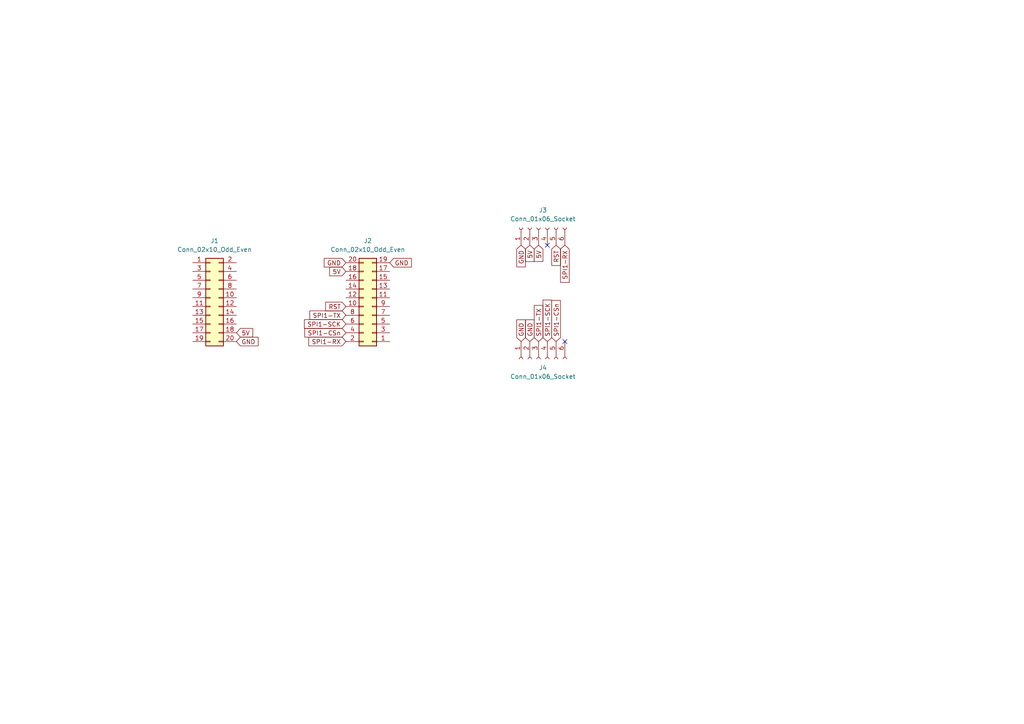
<source format=kicad_sch>
(kicad_sch (version 20250114) (generator "eeschema") (generator_version "9.0")
  (paper "A4")
  (lib_symbols
    (symbol "Connector:Conn_01x06_Socket" (pin_names (offset 1.016) (hide yes))
      (property "Reference" "J" (at 0 7.62 0))
      (property "Value" "Conn_01x06_Socket" (at 0 -10.16 0))
      (symbol "Conn_01x06_Socket_1_1"
        (polyline (pts (xy -1.27 5.08) (xy -0.508 5.08)) (stroke (width 0.1524)))
        (polyline (pts (xy -1.27 2.54) (xy -0.508 2.54)) (stroke (width 0.1524)))
        (polyline (pts (xy -1.27 0) (xy -0.508 0)) (stroke (width 0.1524)))
        (polyline (pts (xy -1.27 -2.54) (xy -0.508 -2.54)) (stroke (width 0.1524)))
        (polyline (pts (xy -1.27 -5.08) (xy -0.508 -5.08)) (stroke (width 0.1524)))
        (polyline (pts (xy -1.27 -7.62) (xy -0.508 -7.62)) (stroke (width 0.1524)))
        (arc (start 0 4.572) (mid -0.5058 5.08) (end 0 5.588) (stroke (width 0.1524)))
        (arc (start 0 2.032) (mid -0.5058 2.54) (end 0 3.048) (stroke (width 0.1524)))
        (arc (start 0 -0.508) (mid -0.5058 0) (end 0 0.508) (stroke (width 0.1524)))
        (arc (start 0 -3.048) (mid -0.5058 -2.54) (end 0 -2.032) (stroke (width 0.1524)))
        (arc (start 0 -5.588) (mid -0.5058 -5.08) (end 0 -4.572) (stroke (width 0.1524)))
        (arc (start 0 -8.128) (mid -0.5058 -7.62) (end 0 -7.112) (stroke (width 0.1524)))
        (pin passive line (at -5.08 5.08 0) (length 3.81) (name "Pin_1") (number "1"))
        (pin passive line (at -5.08 2.54 0) (length 3.81) (name "Pin_2") (number "2"))
        (pin passive line (at -5.08 0 0) (length 3.81) (name "Pin_3") (number "3"))
        (pin passive line (at -5.08 -2.54 0) (length 3.81) (name "Pin_4") (number "4"))
        (pin passive line (at -5.08 -5.08 0) (length 3.81) (name "Pin_5") (number "5"))
        (pin passive line (at -5.08 -7.62 0) (length 3.81) (name "Pin_6") (number "6"))
      )
    )
    (symbol "Connector_Generic:Conn_02x10_Odd_Even" (pin_names (offset 1.016) (hide yes))
      (property "Reference" "J" (at 1.27 12.7 0))
      (property "Value" "Conn_02x10_Odd_Even" (at 1.27 -15.24 0))
      (symbol "Conn_02x10_Odd_Even_1_1"
        (rectangle (start -1.27 11.43) (end 3.81 -13.97) (stroke (width 0.254)) (fill (type background)))
        (rectangle (start -1.27 10.287) (end 0 10.033) (stroke (width 0.1524)))
        (rectangle (start -1.27 7.747) (end 0 7.493) (stroke (width 0.1524)))
        (rectangle (start -1.27 5.207) (end 0 4.953) (stroke (width 0.1524)))
        (rectangle (start -1.27 2.667) (end 0 2.413) (stroke (width 0.1524)))
        (rectangle (start -1.27 0.127) (end 0 -0.127) (stroke (width 0.1524)))
        (rectangle (start -1.27 -2.413) (end 0 -2.667) (stroke (width 0.1524)))
        (rectangle (start -1.27 -4.953) (end 0 -5.207) (stroke (width 0.1524)))
        (rectangle (start -1.27 -7.493) (end 0 -7.747) (stroke (width 0.1524)))
        (rectangle (start -1.27 -10.033) (end 0 -10.287) (stroke (width 0.1524)))
        (rectangle (start -1.27 -12.573) (end 0 -12.827) (stroke (width 0.1524)))
        (rectangle (start 3.81 10.287) (end 2.54 10.033) (stroke (width 0.1524)))
        (rectangle (start 3.81 7.747) (end 2.54 7.493) (stroke (width 0.1524)))
        (rectangle (start 3.81 5.207) (end 2.54 4.953) (stroke (width 0.1524)))
        (rectangle (start 3.81 2.667) (end 2.54 2.413) (stroke (width 0.1524)))
        (rectangle (start 3.81 0.127) (end 2.54 -0.127) (stroke (width 0.1524)))
        (rectangle (start 3.81 -2.413) (end 2.54 -2.667) (stroke (width 0.1524)))
        (rectangle (start 3.81 -4.953) (end 2.54 -5.207) (stroke (width 0.1524)))
        (rectangle (start 3.81 -7.493) (end 2.54 -7.747) (stroke (width 0.1524)))
        (rectangle (start 3.81 -10.033) (end 2.54 -10.287) (stroke (width 0.1524)))
        (rectangle (start 3.81 -12.573) (end 2.54 -12.827) (stroke (width 0.1524)))
        (pin passive line (at -5.08 10.16 0) (length 3.81) (name "Pin_1") (number "1"))
        (pin passive line (at -5.08 7.62 0) (length 3.81) (name "Pin_3") (number "3"))
        (pin passive line (at -5.08 5.08 0) (length 3.81) (name "Pin_5") (number "5"))
        (pin passive line (at -5.08 2.54 0) (length 3.81) (name "Pin_7") (number "7"))
        (pin passive line (at -5.08 0 0) (length 3.81) (name "Pin_9") (number "9"))
        (pin passive line (at -5.08 -2.54 0) (length 3.81) (name "Pin_11") (number "11"))
        (pin passive line (at -5.08 -5.08 0) (length 3.81) (name "Pin_13") (number "13"))
        (pin passive line (at -5.08 -7.62 0) (length 3.81) (name "Pin_15") (number "15"))
        (pin passive line (at -5.08 -10.16 0) (length 3.81) (name "Pin_17") (number "17"))
        (pin passive line (at -5.08 -12.7 0) (length 3.81) (name "Pin_19") (number "19"))
        (pin passive line (at 7.62 10.16 180) (length 3.81) (name "Pin_2") (number "2"))
        (pin passive line (at 7.62 7.62 180) (length 3.81) (name "Pin_4") (number "4"))
        (pin passive line (at 7.62 5.08 180) (length 3.81) (name "Pin_6") (number "6"))
        (pin passive line (at 7.62 2.54 180) (length 3.81) (name "Pin_8") (number "8"))
        (pin passive line (at 7.62 0 180) (length 3.81) (name "Pin_10") (number "10"))
        (pin passive line (at 7.62 -2.54 180) (length 3.81) (name "Pin_12") (number "12"))
        (pin passive line (at 7.62 -5.08 180) (length 3.81) (name "Pin_14") (number "14"))
        (pin passive line (at 7.62 -7.62 180) (length 3.81) (name "Pin_16") (number "16"))
        (pin passive line (at 7.62 -10.16 180) (length 3.81) (name "Pin_18") (number "18"))
        (pin passive line (at 7.62 -12.7 180) (length 3.81) (name "Pin_20") (number "20"))
      )
    )
  )
  (no_connect (at 163.83 99.06))
  (no_connect (at 158.75 71.12))
  (global_label "SPI1-SCK" (shape input) (at 100.33 93.98 180) (property "Intersheetrefs" "${INTERSHEET_REFS}" (effects (hide yes))))
  (global_label "5V" (shape input) (at 100.33 78.74 180) (property "Intersheetrefs" "${INTERSHEET_REFS}" (effects (hide yes))))
  (global_label "GND" (shape input) (at 113.03 76.2 0) (property "Intersheetrefs" "${INTERSHEET_REFS}" (effects (hide yes))))
  (global_label "GND" (shape input) (at 151.13 71.12 270) (property "Intersheetrefs" "${INTERSHEET_REFS}" (effects (hide yes))))
  (global_label "RST" (shape input) (at 161.29 71.12 270) (property "Intersheetrefs" "${INTERSHEET_REFS}" (effects (hide yes))))
  (global_label "RST" (shape input) (at 100.33 88.9 180) (property "Intersheetrefs" "${INTERSHEET_REFS}" (effects (hide yes))))
  (global_label "5V" (shape input) (at 156.21 71.12 270) (property "Intersheetrefs" "${INTERSHEET_REFS}" (effects (hide yes))))
  (global_label "SPI1-RX" (shape input) (at 163.83 71.12 270) (property "Intersheetrefs" "${INTERSHEET_REFS}" (effects (hide yes))))
  (global_label "SPI1-SCK" (shape input) (at 158.75 99.06 90) (property "Intersheetrefs" "${INTERSHEET_REFS}" (effects (hide yes))))
  (global_label "GND" (shape input) (at 100.33 76.2 180) (property "Intersheetrefs" "${INTERSHEET_REFS}" (effects (hide yes))))
  (global_label "5V" (shape input) (at 68.58 96.52 0) (property "Intersheetrefs" "${INTERSHEET_REFS}" (effects (hide yes))))
  (global_label "GND" (shape input) (at 153.67 99.06 90) (property "Intersheetrefs" "${INTERSHEET_REFS}" (effects (hide yes))))
  (global_label "SPI1-CSn" (shape input) (at 161.29 99.06 90) (property "Intersheetrefs" "${INTERSHEET_REFS}" (effects (hide yes))))
  (global_label "SPI1-RX" (shape input) (at 100.33 99.06 180) (property "Intersheetrefs" "${INTERSHEET_REFS}" (effects (hide yes))))
  (global_label "5V" (shape input) (at 153.67 71.12 270) (property "Intersheetrefs" "${INTERSHEET_REFS}" (effects (hide yes))))
  (global_label "SPI1-TX" (shape input) (at 100.33 91.44 180) (property "Intersheetrefs" "${INTERSHEET_REFS}" (effects (hide yes))))
  (global_label "SPI1-TX" (shape input) (at 156.21 99.06 90) (property "Intersheetrefs" "${INTERSHEET_REFS}" (effects (hide yes))))
  (global_label "GND" (shape input) (at 151.13 99.06 90) (property "Intersheetrefs" "${INTERSHEET_REFS}" (effects (hide yes))))
  (global_label "SPI1-CSn" (shape input) (at 100.33 96.52 180) (property "Intersheetrefs" "${INTERSHEET_REFS}" (effects (hide yes))))
  (global_label "GND" (shape input) (at 68.58 99.06 0) (property "Intersheetrefs" "${INTERSHEET_REFS}" (effects (hide yes))))
  (symbol (lib_id "Connector:Conn_01x06_Socket") (at 156.21 66.04 90) (unit 1)
    (property "Reference" "J3" (at 157.48 60.96 90))
    (property "Value" "Conn_01x06_Socket" (at 157.48 63.5 90))
    (property "Footprint" "Connector_PinHeader_2.54mm:PinHeader_1x06_P2.54mm_Vertical" (effects (hide yes)))
    (property "Description" "Generic connector, single row, 01x06, script generated" (effects (hide yes)))
  )
  (symbol (lib_id "Connector:Conn_01x06_Socket") (at 156.21 104.14 90) (mirror x) (unit 1)
    (property "Reference" "J4" (at 157.48 106.68 90))
    (property "Value" "Conn_01x06_Socket" (at 157.48 109.22 90))
    (property "Footprint" "Connector_PinHeader_2.54mm:PinHeader_1x06_P2.54mm_Vertical" (effects (hide yes)))
    (property "Description" "Generic connector, single row, 01x06, script generated" (effects (hide yes)))
  )
  (symbol (lib_id "Connector_Generic:Conn_02x10_Odd_Even") (at 60.96 86.36 0) (unit 1)
    (property "Reference" "J1" (at 62.23 69.85 0))
    (property "Value" "Conn_02x10_Odd_Even" (at 62.23 72.39 0))
    (property "Footprint" "Connector_PinHeader_1.27mm:PinHeader_2x10_P1.27mm_Vertical" (effects (hide yes)))
    (property "Description" "Generic connector, double row, 02x10, odd/even pin numbering scheme (row 1 odd numbers, row 2 even numbers), script generated (kicad-library-utils/schlib/autogen/connector/)" (effects (hide yes)))
  )
  (symbol (lib_id "Connector_Generic:Conn_02x10_Odd_Even") (at 107.95 88.9 180) (unit 1)
    (property "Reference" "J2" (at 106.68 69.85 0))
    (property "Value" "Conn_02x10_Odd_Even" (at 106.68 72.39 0))
    (property "Footprint" "Connector_PinHeader_1.27mm:PinHeader_2x10_P1.27mm_Vertical" (effects (hide yes)))
    (property "Description" "Generic connector, double row, 02x10, odd/even pin numbering scheme (row 1 odd numbers, row 2 even numbers), script generated (kicad-library-utils/schlib/autogen/connector/)" (effects (hide yes)))
  )
)
</source>
